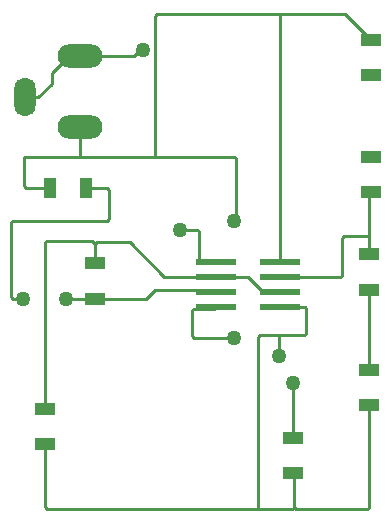
<source format=gtl>
G04*
G04 #@! TF.GenerationSoftware,Altium Limited,Altium Designer,23.5.1 (21)*
G04*
G04 Layer_Physical_Order=1*
G04 Layer_Color=255*
%FSLAX44Y44*%
%MOMM*%
G71*
G04*
G04 #@! TF.SameCoordinates,ED751DBE-17B5-46BE-BD0A-66C7010D1C8E*
G04*
G04*
G04 #@! TF.FilePolarity,Positive*
G04*
G01*
G75*
%ADD15C,0.2540*%
%ADD17R,3.4000X0.6000*%
%ADD18R,1.8034X1.1176*%
%ADD19R,1.1176X1.8034*%
%ADD26O,3.8000X2.0000*%
%ADD27O,1.8000X3.3000*%
%ADD28C,1.2700*%
D15*
X238760Y186690D02*
X260132D01*
X261620Y188178D01*
Y209332D01*
X239090Y210820D02*
X260132D01*
X261620Y209332D01*
X239090Y210820D02*
X239090Y210820D01*
X251460Y40858D02*
Y72644D01*
X183360Y209090D02*
X185090Y210820D01*
X166588Y209090D02*
X183360D01*
X165100Y207602D02*
X166588Y209090D01*
X165100Y185638D02*
Y207602D01*
X166588Y184150D02*
X200660D01*
X165100Y185638D02*
X166588Y184150D01*
X22860Y337820D02*
X69850D01*
X133350D01*
X69850D02*
Y362910D01*
Y422910D02*
X115361D01*
X120441Y427990D01*
X123190D01*
X60850Y422910D02*
X69850D01*
X46180Y408240D02*
X60850Y422910D01*
X46180Y399240D02*
Y408240D01*
X34850Y387910D02*
X46180Y399240D01*
X23350Y387910D02*
X34850D01*
X60960Y427745D02*
Y427990D01*
X52785Y419569D02*
X60960Y427745D01*
X172820Y248920D02*
X185090D01*
X171090Y250650D02*
X172820Y248920D01*
X171090Y250650D02*
Y274102D01*
X169602Y275590D02*
X171090Y274102D01*
X154940Y275590D02*
X169602D01*
X92710Y283642D02*
X94198Y285130D01*
X12918Y283642D02*
X92710D01*
X94198Y285130D02*
Y309662D01*
X11430Y218658D02*
Y282154D01*
X12918Y283642D01*
X92710Y311150D02*
X94198Y309662D01*
X74930Y311150D02*
X92710D01*
X42128Y39370D02*
X220980D01*
X249972D01*
X220980D02*
Y185202D01*
X40640Y40858D02*
Y94234D01*
Y40858D02*
X42128Y39370D01*
X40640Y124206D02*
Y265212D01*
X250190Y99822D02*
Y146050D01*
X239090Y248920D02*
Y456982D01*
X292100Y269022D02*
X293588Y270510D01*
X313690D01*
X314960Y271780D01*
Y255016D02*
Y271780D01*
X290612Y236220D02*
X292100Y237708D01*
Y269022D01*
X314960Y271780D02*
Y306578D01*
X141413Y236220D02*
X185090D01*
X133350Y224790D02*
X183820D01*
X111985Y265648D02*
X141413Y236220D01*
X125984Y217424D02*
X133350Y224790D01*
X84038Y265648D02*
X111985D01*
X183820Y224790D02*
X185090Y223520D01*
Y236220D02*
X212390D01*
X225090Y223520D01*
X239090D01*
X238760Y168910D02*
Y186690D01*
X220980Y185202D02*
X222468Y186690D01*
X238760D01*
X82296Y217170D02*
X82550Y217424D01*
X58420Y217170D02*
X82296D01*
X42128Y266700D02*
X80010D01*
X40640Y265212D02*
X42128Y266700D01*
X11430Y218658D02*
X12918Y217170D01*
X21590D01*
X239090Y236220D02*
X290612D01*
X200660Y283210D02*
X201930Y284480D01*
X133350Y337820D02*
X200442D01*
X201930Y284480D02*
Y336332D01*
X200442Y337820D02*
X201930Y336332D01*
X133350Y456982D02*
X134838Y458470D01*
X240578D01*
X133350Y337820D02*
Y456982D01*
X22860Y312638D02*
Y337820D01*
X24348Y311150D02*
X44958D01*
X22860Y312638D02*
X24348Y311150D01*
X53030Y367990D02*
X60960D01*
X240578Y458470D02*
X294386D01*
X239090Y456982D02*
X240578Y458470D01*
X294386D02*
X316230Y436626D01*
X251460Y40858D02*
X252948Y39370D01*
X314960Y40858D02*
Y127254D01*
X313472Y39370D02*
X314960Y40858D01*
X252948Y39370D02*
X313472D01*
X249972D02*
X251460Y40858D01*
X80010Y266700D02*
X82550Y264160D01*
Y217424D02*
X125984D01*
X82550Y264160D02*
X84038Y265648D01*
X82550Y247396D02*
Y264160D01*
X314960Y157226D02*
Y225044D01*
Y306578D02*
X316230Y307848D01*
D17*
X185090Y210820D02*
D03*
Y223520D02*
D03*
Y236220D02*
D03*
Y248920D02*
D03*
X239090D02*
D03*
Y236220D02*
D03*
Y223520D02*
D03*
Y210820D02*
D03*
D18*
X82550Y247396D02*
D03*
Y217424D02*
D03*
X40640Y94234D02*
D03*
Y124206D02*
D03*
X314960Y225044D02*
D03*
Y255016D02*
D03*
Y157226D02*
D03*
Y127254D02*
D03*
X316230Y406654D02*
D03*
Y436626D02*
D03*
Y337820D02*
D03*
Y307848D02*
D03*
X250190Y69850D02*
D03*
Y99822D02*
D03*
D19*
X74930Y311150D02*
D03*
X44958D02*
D03*
D26*
X69850Y362910D02*
D03*
Y422910D02*
D03*
D27*
X23350Y387910D02*
D03*
D28*
X250190Y146050D02*
D03*
X154940Y275590D02*
D03*
X238760Y168910D02*
D03*
X58420Y217170D02*
D03*
X21590D02*
D03*
X200660Y283210D02*
D03*
Y184150D02*
D03*
X123190Y427990D02*
D03*
M02*

</source>
